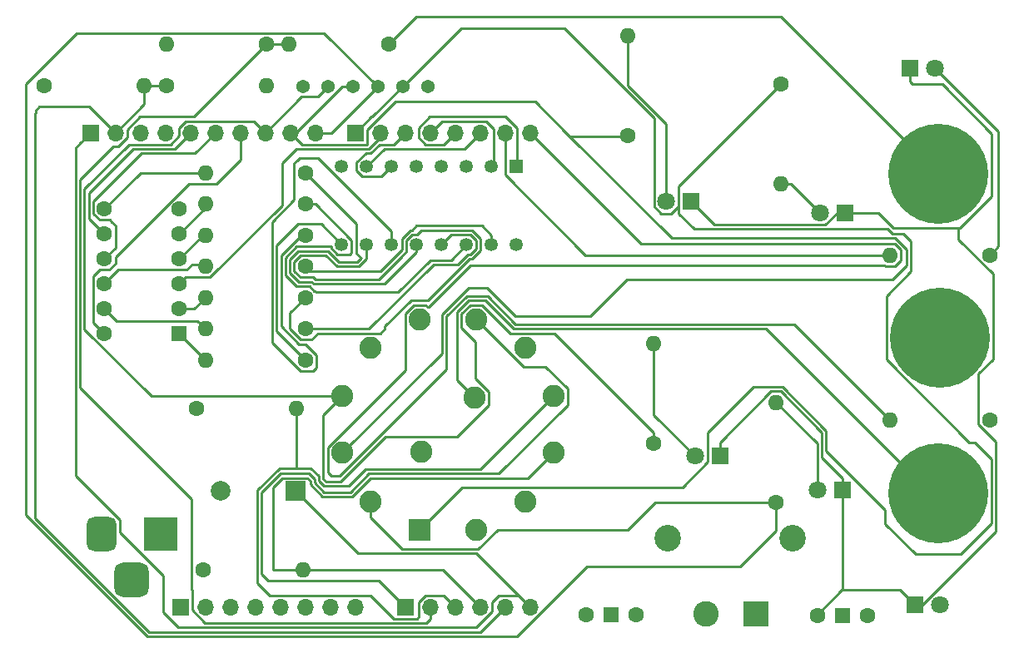
<source format=gbr>
G04 #@! TF.GenerationSoftware,KiCad,Pcbnew,8.0.5*
G04 #@! TF.CreationDate,2024-11-20T16:26:23+01:00*
G04 #@! TF.ProjectId,p2,70322e6b-6963-4616-945f-706362585858,rev?*
G04 #@! TF.SameCoordinates,Original*
G04 #@! TF.FileFunction,Copper,L1,Top*
G04 #@! TF.FilePolarity,Positive*
%FSLAX46Y46*%
G04 Gerber Fmt 4.6, Leading zero omitted, Abs format (unit mm)*
G04 Created by KiCad (PCBNEW 8.0.5) date 2024-11-20 16:26:23*
%MOMM*%
%LPD*%
G01*
G04 APERTURE LIST*
G04 Aperture macros list*
%AMRoundRect*
0 Rectangle with rounded corners*
0 $1 Rounding radius*
0 $2 $3 $4 $5 $6 $7 $8 $9 X,Y pos of 4 corners*
0 Add a 4 corners polygon primitive as box body*
4,1,4,$2,$3,$4,$5,$6,$7,$8,$9,$2,$3,0*
0 Add four circle primitives for the rounded corners*
1,1,$1+$1,$2,$3*
1,1,$1+$1,$4,$5*
1,1,$1+$1,$6,$7*
1,1,$1+$1,$8,$9*
0 Add four rect primitives between the rounded corners*
20,1,$1+$1,$2,$3,$4,$5,0*
20,1,$1+$1,$4,$5,$6,$7,0*
20,1,$1+$1,$6,$7,$8,$9,0*
20,1,$1+$1,$8,$9,$2,$3,0*%
G04 Aperture macros list end*
G04 #@! TA.AperFunction,ComponentPad*
%ADD10C,1.600000*%
G04 #@! TD*
G04 #@! TA.AperFunction,ComponentPad*
%ADD11O,1.600000X1.600000*%
G04 #@! TD*
G04 #@! TA.AperFunction,ComponentPad*
%ADD12R,1.700000X1.700000*%
G04 #@! TD*
G04 #@! TA.AperFunction,ComponentPad*
%ADD13O,1.700000X1.700000*%
G04 #@! TD*
G04 #@! TA.AperFunction,ComponentPad*
%ADD14C,10.160000*%
G04 #@! TD*
G04 #@! TA.AperFunction,ComponentPad*
%ADD15R,1.800000X1.800000*%
G04 #@! TD*
G04 #@! TA.AperFunction,ComponentPad*
%ADD16C,1.800000*%
G04 #@! TD*
G04 #@! TA.AperFunction,ComponentPad*
%ADD17R,1.500000X1.500000*%
G04 #@! TD*
G04 #@! TA.AperFunction,ComponentPad*
%ADD18C,1.365000*%
G04 #@! TD*
G04 #@! TA.AperFunction,ComponentPad*
%ADD19R,2.600000X2.600000*%
G04 #@! TD*
G04 #@! TA.AperFunction,ComponentPad*
%ADD20C,2.600000*%
G04 #@! TD*
G04 #@! TA.AperFunction,ComponentPad*
%ADD21R,2.000000X2.000000*%
G04 #@! TD*
G04 #@! TA.AperFunction,ComponentPad*
%ADD22C,2.000000*%
G04 #@! TD*
G04 #@! TA.AperFunction,ComponentPad*
%ADD23R,3.500000X3.500000*%
G04 #@! TD*
G04 #@! TA.AperFunction,ComponentPad*
%ADD24RoundRect,0.750000X-0.750000X-1.000000X0.750000X-1.000000X0.750000X1.000000X-0.750000X1.000000X0*%
G04 #@! TD*
G04 #@! TA.AperFunction,ComponentPad*
%ADD25RoundRect,0.875000X-0.875000X-0.875000X0.875000X-0.875000X0.875000X0.875000X-0.875000X0.875000X0*%
G04 #@! TD*
G04 #@! TA.AperFunction,ComponentPad*
%ADD26R,1.350000X1.350000*%
G04 #@! TD*
G04 #@! TA.AperFunction,ComponentPad*
%ADD27C,1.350000*%
G04 #@! TD*
G04 #@! TA.AperFunction,ComponentPad*
%ADD28R,1.600000X1.600000*%
G04 #@! TD*
G04 #@! TA.AperFunction,ComponentPad*
%ADD29R,2.250000X2.250000*%
G04 #@! TD*
G04 #@! TA.AperFunction,ComponentPad*
%ADD30C,2.250000*%
G04 #@! TD*
G04 #@! TA.AperFunction,ComponentPad*
%ADD31C,2.700000*%
G04 #@! TD*
G04 #@! TA.AperFunction,Conductor*
%ADD32C,0.250000*%
G04 #@! TD*
G04 APERTURE END LIST*
D10*
G04 #@! TO.P,R19,1*
G04 #@! TO.N,/\u002A10*
X176073000Y-80823000D03*
D11*
G04 #@! TO.P,R19,2*
G04 #@! TO.N,Net-(D6-A)*
X176073000Y-70663000D03*
G04 #@! TD*
D10*
G04 #@! TO.P,R18,1*
G04 #@! TO.N,/\u002A9*
X173406000Y-49454000D03*
D11*
G04 #@! TO.P,R18,2*
G04 #@! TO.N,Net-(D4-A)*
X173406000Y-39294000D03*
G04 #@! TD*
D10*
G04 #@! TO.P,R17,1*
G04 #@! TO.N,/8*
X188519000Y-86792000D03*
D11*
G04 #@! TO.P,R17,2*
G04 #@! TO.N,Net-(D5-A)*
X188519000Y-76632000D03*
G04 #@! TD*
G04 #@! TO.P,R16,2*
G04 #@! TO.N,Net-(D3-A)*
X189027000Y-54407000D03*
D10*
G04 #@! TO.P,R16,1*
G04 #@! TO.N,/7*
X189027000Y-44247000D03*
G04 #@! TD*
D12*
G04 #@! TO.P,J1,1,Pin_1*
G04 #@! TO.N,unconnected-(J1-Pin_1-Pad1)*
X127940000Y-97460000D03*
D13*
G04 #@! TO.P,J1,2,Pin_2*
G04 #@! TO.N,/IOREF*
X130480000Y-97460000D03*
G04 #@! TO.P,J1,3,Pin_3*
G04 #@! TO.N,/~{RESET}*
X133020000Y-97460000D03*
G04 #@! TO.P,J1,4,Pin_4*
G04 #@! TO.N,+3V3*
X135560000Y-97460000D03*
G04 #@! TO.P,J1,5,Pin_5*
G04 #@! TO.N,+5V*
X138100000Y-97460000D03*
G04 #@! TO.P,J1,6,Pin_6*
G04 #@! TO.N,GND*
X140640000Y-97460000D03*
G04 #@! TO.P,J1,7,Pin_7*
X143180000Y-97460000D03*
G04 #@! TO.P,J1,8,Pin_8*
G04 #@! TO.N,VCC*
X145720000Y-97460000D03*
G04 #@! TD*
D12*
G04 #@! TO.P,J3,1,Pin_1*
G04 #@! TO.N,/A0*
X150800000Y-97460000D03*
D13*
G04 #@! TO.P,J3,2,Pin_2*
G04 #@! TO.N,/A1*
X153340000Y-97460000D03*
G04 #@! TO.P,J3,3,Pin_3*
G04 #@! TO.N,/A2*
X155880000Y-97460000D03*
G04 #@! TO.P,J3,4,Pin_4*
G04 #@! TO.N,/A3*
X158420000Y-97460000D03*
G04 #@! TO.P,J3,5,Pin_5*
G04 #@! TO.N,/A4*
X160960000Y-97460000D03*
G04 #@! TO.P,J3,6,Pin_6*
G04 #@! TO.N,/A5*
X163500000Y-97460000D03*
G04 #@! TD*
D12*
G04 #@! TO.P,J2,1,Pin_1*
G04 #@! TO.N,/A5*
X118796000Y-49200000D03*
D13*
G04 #@! TO.P,J2,2,Pin_2*
G04 #@! TO.N,/A4*
X121336000Y-49200000D03*
G04 #@! TO.P,J2,3,Pin_3*
G04 #@! TO.N,/AREF*
X123876000Y-49200000D03*
G04 #@! TO.P,J2,4,Pin_4*
G04 #@! TO.N,GND*
X126416000Y-49200000D03*
G04 #@! TO.P,J2,5,Pin_5*
G04 #@! TO.N,/13*
X128956000Y-49200000D03*
G04 #@! TO.P,J2,6,Pin_6*
G04 #@! TO.N,/12*
X131496000Y-49200000D03*
G04 #@! TO.P,J2,7,Pin_7*
G04 #@! TO.N,/\u002A11*
X134036000Y-49200000D03*
G04 #@! TO.P,J2,8,Pin_8*
G04 #@! TO.N,/\u002A10*
X136576000Y-49200000D03*
G04 #@! TO.P,J2,9,Pin_9*
G04 #@! TO.N,/\u002A9*
X139116000Y-49200000D03*
G04 #@! TO.P,J2,10,Pin_10*
G04 #@! TO.N,/8*
X141656000Y-49200000D03*
G04 #@! TD*
D12*
G04 #@! TO.P,J4,1,Pin_1*
G04 #@! TO.N,/7*
X145720000Y-49200000D03*
D13*
G04 #@! TO.P,J4,2,Pin_2*
G04 #@! TO.N,/\u002A6*
X148260000Y-49200000D03*
G04 #@! TO.P,J4,3,Pin_3*
G04 #@! TO.N,/\u002A5*
X150800000Y-49200000D03*
G04 #@! TO.P,J4,4,Pin_4*
G04 #@! TO.N,/4*
X153340000Y-49200000D03*
G04 #@! TO.P,J4,5,Pin_5*
G04 #@! TO.N,/\u002A3*
X155880000Y-49200000D03*
G04 #@! TO.P,J4,6,Pin_6*
G04 #@! TO.N,/2*
X158420000Y-49200000D03*
G04 #@! TO.P,J4,7,Pin_7*
G04 #@! TO.N,/1*
X160960000Y-49200000D03*
G04 #@! TO.P,J4,8,Pin_8*
G04 #@! TO.N,/0*
X163500000Y-49200000D03*
G04 #@! TD*
D10*
G04 #@! TO.P,R1,1*
G04 #@! TO.N,/Banana High*
X149149000Y-40183000D03*
D11*
G04 #@! TO.P,R1,2*
G04 #@! TO.N,/A1*
X138989000Y-40183000D03*
G04 #@! TD*
D10*
G04 #@! TO.P,R12,1*
G04 #@! TO.N,Net-(IC1-B)*
X140640000Y-53264000D03*
D11*
G04 #@! TO.P,R12,2*
G04 #@! TO.N,/seg7*
X130480000Y-53264000D03*
G04 #@! TD*
D14*
G04 #@! TO.P,Banana_GND1,1,Pin_1*
G04 #@! TO.N,GND*
X205156000Y-70028000D03*
G04 #@! TD*
D10*
G04 #@! TO.P,R9,1*
G04 #@! TO.N,Net-(IC1-F)*
X140640000Y-62789000D03*
D11*
G04 #@! TO.P,R9,2*
G04 #@! TO.N,/seg10*
X130480000Y-62789000D03*
G04 #@! TD*
D15*
G04 #@! TO.P,D2,1,K*
G04 #@! TO.N,/led_switch*
X202611000Y-97206000D03*
D16*
G04 #@! TO.P,D2,2,A*
G04 #@! TO.N,Net-(D2-A)*
X205151000Y-97206000D03*
G04 #@! TD*
D17*
G04 #@! TO.P,SW2,1,A*
G04 #@! TO.N,GND*
X195250000Y-98349000D03*
D10*
G04 #@! TO.P,SW2,2,B*
G04 #@! TO.N,/led_switch*
X192710000Y-98349000D03*
G04 #@! TO.P,SW2,3,C*
G04 #@! TO.N,unconnected-(SW2-C-Pad3)*
X197790000Y-98349000D03*
G04 #@! TD*
D15*
G04 #@! TO.P,D6,1,K*
G04 #@! TO.N,/led_switch*
X182809000Y-82093000D03*
D16*
G04 #@! TO.P,D6,2,A*
G04 #@! TO.N,Net-(D6-A)*
X180269000Y-82093000D03*
G04 #@! TD*
D10*
G04 #@! TO.P,R13,1*
G04 #@! TO.N,Net-(IC1-C)*
X140640000Y-59614000D03*
D11*
G04 #@! TO.P,R13,2*
G04 #@! TO.N,/seg4*
X130480000Y-59614000D03*
G04 #@! TD*
D18*
G04 #@! TO.P,RN1,1,1*
G04 #@! TO.N,GND*
X153086000Y-44501000D03*
G04 #@! TO.P,RN1,2,2*
G04 #@! TO.N,/7*
X150546000Y-44501000D03*
G04 #@! TO.P,RN1,3,3*
G04 #@! TO.N,/8*
X148006000Y-44501000D03*
G04 #@! TO.P,RN1,4,4*
G04 #@! TO.N,/\u002A9*
X145466000Y-44501000D03*
G04 #@! TO.P,RN1,5,5*
G04 #@! TO.N,/\u002A10*
X142926000Y-44501000D03*
G04 #@! TO.P,RN1,6,6*
G04 #@! TO.N,unconnected-(RN1-Pad6)*
X140386000Y-44501000D03*
G04 #@! TD*
D10*
G04 #@! TO.P,R11,1*
G04 #@! TO.N,Net-(IC1-A)*
X140640000Y-69139000D03*
D11*
G04 #@! TO.P,R11,2*
G04 #@! TO.N,/seg11*
X130480000Y-69139000D03*
G04 #@! TD*
D10*
G04 #@! TO.P,R15,1*
G04 #@! TO.N,Net-(IC1-E)*
X140640000Y-72314000D03*
D11*
G04 #@! TO.P,R15,2*
G04 #@! TO.N,/seg1*
X130480000Y-72314000D03*
G04 #@! TD*
D10*
G04 #@! TO.P,R2,1*
G04 #@! TO.N,/A1*
X136703000Y-40183000D03*
D11*
G04 #@! TO.P,R2,2*
G04 #@! TO.N,GND*
X126543000Y-40183000D03*
G04 #@! TD*
D15*
G04 #@! TO.P,D3,1,K*
G04 #@! TO.N,/led_switch*
X195504000Y-57328000D03*
D16*
G04 #@! TO.P,D3,2,A*
G04 #@! TO.N,Net-(D3-A)*
X192964000Y-57328000D03*
G04 #@! TD*
D19*
G04 #@! TO.P,J6,1,Pin_1*
G04 #@! TO.N,VCC*
X186484500Y-98169500D03*
D20*
G04 #@! TO.P,J6,2,Pin_2*
G04 #@! TO.N,Net-(J6-Pin_2)*
X181404500Y-98169500D03*
G04 #@! TD*
D10*
G04 #@! TO.P,R8,1*
G04 #@! TO.N,Net-(D1-A)*
X210236000Y-61646000D03*
D11*
G04 #@! TO.P,R8,2*
G04 #@! TO.N,/1*
X200076000Y-61646000D03*
G04 #@! TD*
D21*
G04 #@! TO.P,BZ1,1,+*
G04 #@! TO.N,/A5*
X139624000Y-85649000D03*
D22*
G04 #@! TO.P,BZ1,2,-*
G04 #@! TO.N,GND*
X132024000Y-85649000D03*
G04 #@! TD*
D14*
G04 #@! TO.P,Banana_Low1,1,Pin_1*
G04 #@! TO.N,/Banana Low*
X205029000Y-85903000D03*
G04 #@! TD*
D15*
G04 #@! TO.P,D5,1,K*
G04 #@! TO.N,/led_switch*
X195255000Y-85522000D03*
D16*
G04 #@! TO.P,D5,2,A*
G04 #@! TO.N,Net-(D5-A)*
X192715000Y-85522000D03*
G04 #@! TD*
D14*
G04 #@! TO.P,Banana_High1,1,Pin_1*
G04 #@! TO.N,/Banana High*
X205029000Y-53391000D03*
G04 #@! TD*
D10*
G04 #@! TO.P,R6,1*
G04 #@! TO.N,/A4*
X126543000Y-44374000D03*
D11*
G04 #@! TO.P,R6,2*
G04 #@! TO.N,GND*
X136703000Y-44374000D03*
G04 #@! TD*
D10*
G04 #@! TO.P,R4,1*
G04 #@! TO.N,VCC*
X114097000Y-44374000D03*
D11*
G04 #@! TO.P,R4,2*
G04 #@! TO.N,/A4*
X124257000Y-44374000D03*
G04 #@! TD*
D23*
G04 #@! TO.P,J5,1*
G04 #@! TO.N,VCC*
X125939000Y-90025500D03*
D24*
G04 #@! TO.P,J5,2*
G04 #@! TO.N,GND*
X119939000Y-90025500D03*
D25*
G04 #@! TO.P,J5,3*
G04 #@! TO.N,Net-(J6-Pin_2)*
X122939000Y-94725500D03*
G04 #@! TD*
D10*
G04 #@! TO.P,R7,1*
G04 #@! TO.N,Net-(D2-A)*
X210236000Y-78410000D03*
D11*
G04 #@! TO.P,R7,2*
G04 #@! TO.N,/0*
X200076000Y-78410000D03*
G04 #@! TD*
D15*
G04 #@! TO.P,D1,1,K*
G04 #@! TO.N,/led_switch*
X202108000Y-42596000D03*
D16*
G04 #@! TO.P,D1,2,A*
G04 #@! TO.N,Net-(D1-A)*
X204648000Y-42596000D03*
G04 #@! TD*
D10*
G04 #@! TO.P,R10,1*
G04 #@! TO.N,Net-(IC1-G)*
X140640000Y-56439000D03*
D11*
G04 #@! TO.P,R10,2*
G04 #@! TO.N,/seg5*
X130480000Y-56439000D03*
G04 #@! TD*
D15*
G04 #@! TO.P,D4,1,K*
G04 #@! TO.N,/led_switch*
X179888000Y-56185000D03*
D16*
G04 #@! TO.P,D4,2,A*
G04 #@! TO.N,Net-(D4-A)*
X177348000Y-56185000D03*
G04 #@! TD*
D26*
G04 #@! TO.P,IC1,1,D1*
G04 #@! TO.N,/\u002A3*
X162103000Y-52629000D03*
D27*
G04 #@! TO.P,IC1,2,D2*
G04 #@! TO.N,/4*
X159563000Y-52629000D03*
G04 #@! TO.P,IC1,3,~{LT}*
G04 #@! TO.N,+5V*
X157023000Y-52629000D03*
G04 #@! TO.P,IC1,4,~{BL}*
X154483000Y-52629000D03*
G04 #@! TO.P,IC1,5,~{LE}*
G04 #@! TO.N,GND*
X151943000Y-52629000D03*
G04 #@! TO.P,IC1,6,D3*
G04 #@! TO.N,/\u002A5*
X149403000Y-52629000D03*
G04 #@! TO.P,IC1,7,D0*
G04 #@! TO.N,/2*
X146863000Y-52629000D03*
G04 #@! TO.P,IC1,8,GND*
G04 #@! TO.N,GND*
X144323000Y-52629000D03*
G04 #@! TO.P,IC1,9,E*
G04 #@! TO.N,Net-(IC1-E)*
X144323000Y-60569000D03*
G04 #@! TO.P,IC1,10,D*
G04 #@! TO.N,Net-(IC1-D)*
X146863000Y-60569000D03*
G04 #@! TO.P,IC1,11,C*
G04 #@! TO.N,Net-(IC1-C)*
X149403000Y-60569000D03*
G04 #@! TO.P,IC1,12,B*
G04 #@! TO.N,Net-(IC1-B)*
X151943000Y-60569000D03*
G04 #@! TO.P,IC1,13,A*
G04 #@! TO.N,Net-(IC1-A)*
X154483000Y-60569000D03*
G04 #@! TO.P,IC1,14,G*
G04 #@! TO.N,Net-(IC1-G)*
X157023000Y-60569000D03*
G04 #@! TO.P,IC1,15,F*
G04 #@! TO.N,Net-(IC1-F)*
X159563000Y-60569000D03*
G04 #@! TO.P,IC1,16,VCC*
G04 #@! TO.N,+5V*
X162103000Y-60569000D03*
G04 #@! TD*
D17*
G04 #@! TO.P,SW1,1,A*
G04 #@! TO.N,VCC*
X171755000Y-98222000D03*
D10*
G04 #@! TO.P,SW1,2,B*
G04 #@! TO.N,Net-(SW1-B)*
X174295000Y-98222000D03*
G04 #@! TO.P,SW1,3,C*
G04 #@! TO.N,unconnected-(SW1-C-Pad3)*
X169215000Y-98222000D03*
G04 #@! TD*
G04 #@! TO.P,R3,1*
G04 #@! TO.N,+5V*
X129591000Y-77267000D03*
D11*
G04 #@! TO.P,R3,2*
G04 #@! TO.N,/A2*
X139751000Y-77267000D03*
G04 #@! TD*
D10*
G04 #@! TO.P,R5,1*
G04 #@! TO.N,+5V*
X130226000Y-93650000D03*
D11*
G04 #@! TO.P,R5,2*
G04 #@! TO.N,/A3*
X140386000Y-93650000D03*
G04 #@! TD*
D28*
G04 #@! TO.P,DS1,1,1*
G04 #@! TO.N,/seg1*
X127813000Y-69647000D03*
D10*
G04 #@! TO.P,DS1,2,2*
G04 #@! TO.N,/seg2*
X127813000Y-67107000D03*
G04 #@! TO.P,DS1,3,3*
G04 #@! TO.N,/\u002A6*
X127813000Y-64567000D03*
G04 #@! TO.P,DS1,4,4*
G04 #@! TO.N,/seg4*
X127813000Y-62027000D03*
G04 #@! TO.P,DS1,5,5*
G04 #@! TO.N,/seg5*
X127813000Y-59487000D03*
G04 #@! TO.P,DS1,6,6*
G04 #@! TO.N,unconnected-(DS1-Pad6)*
X127813000Y-56947000D03*
G04 #@! TO.P,DS1,7,7*
G04 #@! TO.N,/seg7*
X120193000Y-56947000D03*
G04 #@! TO.P,DS1,8,8*
G04 #@! TO.N,/13*
X120193000Y-59487000D03*
G04 #@! TO.P,DS1,9,9*
G04 #@! TO.N,/12*
X120193000Y-62027000D03*
G04 #@! TO.P,DS1,10,10*
G04 #@! TO.N,/seg10*
X120193000Y-64567000D03*
G04 #@! TO.P,DS1,11,11*
G04 #@! TO.N,/seg11*
X120193000Y-67107000D03*
G04 #@! TO.P,DS1,12,12*
G04 #@! TO.N,/\u002A11*
X120193000Y-69647000D03*
G04 #@! TD*
G04 #@! TO.P,R14,1*
G04 #@! TO.N,Net-(IC1-D)*
X140640000Y-65964000D03*
D11*
G04 #@! TO.P,R14,2*
G04 #@! TO.N,/seg2*
X130480000Y-65964000D03*
G04 #@! TD*
D29*
G04 #@! TO.P,S1,1*
G04 #@! TO.N,/7*
X152270220Y-89614690D03*
D30*
G04 #@! TO.P,S1,2*
G04 #@! TO.N,/8*
X147294220Y-86741780D03*
G04 #@! TO.P,S1,3*
G04 #@! TO.N,/\u002A9*
X144421310Y-81765780D03*
G04 #@! TO.P,S1,4*
G04 #@! TO.N,/\u002A10*
X144421310Y-76020000D03*
G04 #@! TO.P,S1,5*
G04 #@! TO.N,unconnected-(S1-Pad5)*
X147294220Y-71044000D03*
G04 #@! TO.P,S1,6*
G04 #@! TO.N,unconnected-(S1-Pad6)*
X152270220Y-68171090D03*
G04 #@! TO.P,S1,7*
G04 #@! TO.N,/A0*
X158016000Y-68171090D03*
G04 #@! TO.P,S1,8*
G04 #@! TO.N,unconnected-(S1-Pad8)*
X162992000Y-71044000D03*
G04 #@! TO.P,S1,9*
G04 #@! TO.N,/A2*
X165864910Y-76020000D03*
G04 #@! TO.P,S1,10*
G04 #@! TO.N,/A3*
X165864910Y-81765780D03*
G04 #@! TO.P,S1,11*
G04 #@! TO.N,unconnected-(S1-Pad11)*
X162992000Y-86741780D03*
G04 #@! TO.P,S1,12*
G04 #@! TO.N,unconnected-(S1-Pad12)*
X158016000Y-89614690D03*
G04 #@! TO.P,S1,A*
G04 #@! TO.N,+5V*
X152420750Y-81615250D03*
G04 #@! TO.P,S1,C*
G04 #@! TO.N,/Banana Low*
X157865470Y-76170530D03*
G04 #@! TD*
D31*
G04 #@! TO.P,BT2,-*
G04 #@! TO.N,Net-(J6-Pin_2)*
X177511000Y-90437000D03*
G04 #@! TO.P,BT2,+*
G04 #@! TO.N,Net-(SW1-B)*
X190211000Y-90437000D03*
G04 #@! TD*
D32*
G04 #@! TO.N,/7*
X178613000Y-54661000D02*
X178613000Y-55042000D01*
X189027000Y-44247000D02*
X178613000Y-54661000D01*
X178613000Y-57455000D02*
X178613000Y-55042000D01*
X166996104Y-38595500D02*
X156451500Y-38595500D01*
X176123000Y-56692412D02*
X176123000Y-47722396D01*
X177855412Y-57410000D02*
X176840588Y-57410000D01*
X176123000Y-47722396D02*
X166996104Y-38595500D01*
X178573000Y-56692412D02*
X177855412Y-57410000D01*
X176840588Y-57410000D02*
X176123000Y-56692412D01*
X156451500Y-38595500D02*
X150546000Y-44501000D01*
G04 #@! TO.N,/Banana High*
X151943165Y-37388835D02*
X149149000Y-40183000D01*
X176080239Y-37381211D02*
X151943165Y-37388835D01*
X189019211Y-37381211D02*
X176080239Y-37381211D01*
X205029000Y-53391000D02*
X189019211Y-37381211D01*
G04 #@! TO.N,/\u002A9*
X173406000Y-49581000D02*
X167575630Y-49581000D01*
X167575630Y-49581000D02*
X167188815Y-49194185D01*
X167188815Y-49194185D02*
X164019630Y-46025000D01*
X177920630Y-59926000D02*
X167188815Y-49194185D01*
X140291000Y-50375000D02*
X139116000Y-49200000D01*
X146895000Y-50375000D02*
X140291000Y-50375000D01*
X146895000Y-48903299D02*
X146895000Y-50375000D01*
X149773299Y-46025000D02*
X146895000Y-48903299D01*
X164019630Y-46025000D02*
X149773299Y-46025000D01*
X200643396Y-59926000D02*
X177920630Y-59926000D01*
X201796000Y-61078604D02*
X200643396Y-59926000D01*
X201796000Y-62662000D02*
X201796000Y-61078604D01*
X169596000Y-67869000D02*
X173378000Y-64087000D01*
X161976000Y-67869000D02*
X169596000Y-67869000D01*
X200371000Y-64087000D02*
X201796000Y-62662000D01*
X160273396Y-66165000D02*
X160273396Y-66166396D01*
X173378000Y-64087000D02*
X200371000Y-64087000D01*
X157404000Y-65006000D02*
X159114396Y-65006000D01*
X159114396Y-65006000D02*
X160273396Y-66165000D01*
X160273396Y-66166396D02*
X161976000Y-67869000D01*
G04 #@! TO.N,/A1*
X129101000Y-86491000D02*
X117718000Y-75108000D01*
X129115000Y-95714000D02*
X129101000Y-95700000D01*
X129101000Y-95700000D02*
X129101000Y-86491000D01*
X153340000Y-98662081D02*
X152917081Y-99085000D01*
X152917081Y-99085000D02*
X130443299Y-99085000D01*
X153340000Y-97460000D02*
X153340000Y-98662081D01*
X129115000Y-97756701D02*
X129115000Y-95714000D01*
X130443299Y-99085000D02*
X129115000Y-97756701D01*
X117718000Y-53959604D02*
X117718000Y-75108000D01*
G04 #@! TO.N,/A5*
X117268000Y-50728000D02*
X117716500Y-50279500D01*
X121764000Y-88580218D02*
X117268000Y-84084218D01*
X121764000Y-89887000D02*
X121764000Y-88580218D01*
X126162000Y-94285000D02*
X121764000Y-89887000D01*
X126162000Y-98032000D02*
X126162000Y-94285000D01*
X127665000Y-99535000D02*
X126162000Y-98032000D01*
X158006701Y-99535000D02*
X127665000Y-99535000D01*
X159595000Y-96973299D02*
X159595000Y-97946701D01*
X160283299Y-96285000D02*
X159595000Y-96973299D01*
X162325000Y-96285000D02*
X160283299Y-96285000D01*
X163500000Y-97460000D02*
X162325000Y-96285000D01*
X117268000Y-84084218D02*
X117268000Y-50728000D01*
X117716500Y-50279500D02*
X118796000Y-49200000D01*
G04 #@! TO.N,/12*
X129421000Y-51275000D02*
X131496000Y-49200000D01*
X124003000Y-51275000D02*
X129421000Y-51275000D01*
X119068000Y-56210000D02*
X124003000Y-51275000D01*
X119727009Y-58072000D02*
X119068000Y-57412991D01*
X119068000Y-57412991D02*
X119068000Y-56210000D01*
X120754181Y-58072000D02*
X119727009Y-58072000D01*
X120927090Y-58244910D02*
X120754181Y-58072000D01*
G04 #@! TO.N,/13*
X127331000Y-50825000D02*
X128956000Y-49200000D01*
X123118604Y-50825000D02*
X127331000Y-50825000D01*
X118618000Y-55325604D02*
X123118604Y-50825000D01*
X118618000Y-57912000D02*
X118618000Y-55325604D01*
X120193000Y-59487000D02*
X118618000Y-57912000D01*
G04 #@! TO.N,/A5*
X159595000Y-97946701D02*
X158006701Y-99535000D01*
G04 #@! TO.N,/\u002A10*
X135401000Y-48025000D02*
X136576000Y-49200000D01*
X128469299Y-48025000D02*
X135401000Y-48025000D01*
X127781000Y-49496701D02*
X127781000Y-48713299D01*
X126902701Y-50375000D02*
X127781000Y-49496701D01*
X122733000Y-50375000D02*
X126902701Y-50375000D01*
X144421310Y-76020000D02*
X124975009Y-76020000D01*
X127781000Y-48713299D02*
X128469299Y-48025000D01*
X118168000Y-54940000D02*
X122733000Y-50375000D01*
X124975009Y-76020000D02*
X118168000Y-69212991D01*
G04 #@! TO.N,/A1*
X121112604Y-50565000D02*
X117718000Y-53959604D01*
X122511000Y-48903299D02*
X122511000Y-49686701D01*
X123839299Y-47575000D02*
X122511000Y-48903299D01*
X121632701Y-50565000D02*
X121112604Y-50565000D01*
X122511000Y-49686701D02*
X121632701Y-50565000D01*
X136703000Y-40183000D02*
X129311000Y-47575000D01*
X129311000Y-47575000D02*
X123839299Y-47575000D01*
G04 #@! TO.N,/\u002A10*
X118168000Y-69212991D02*
X118168000Y-54940000D01*
G04 #@! TO.N,/A0*
X165059545Y-72984545D02*
X162829455Y-72984545D01*
X167314910Y-75239910D02*
X165059545Y-72984545D01*
X167314910Y-76881090D02*
X167314910Y-75239910D01*
X147108792Y-83882000D02*
X160314000Y-83882000D01*
X145203792Y-85787000D02*
X147108792Y-83882000D01*
X142551812Y-85787000D02*
X145203792Y-85787000D01*
X141576000Y-84811188D02*
X142551812Y-85787000D01*
X141576000Y-84430188D02*
X141576000Y-84811188D01*
X141019812Y-83874000D02*
X141576000Y-84430188D01*
X136213000Y-85773604D02*
X138112604Y-83874000D01*
X136213000Y-94115991D02*
X136213000Y-85773604D01*
X136872009Y-94775000D02*
X136213000Y-94115991D01*
X160314000Y-83882000D02*
X167314910Y-76881090D01*
X148115000Y-94775000D02*
X136872009Y-94775000D01*
X150800000Y-97460000D02*
X148115000Y-94775000D01*
X138112604Y-83874000D02*
X141019812Y-83874000D01*
X162829455Y-72984545D02*
X158016000Y-68171090D01*
G04 #@! TO.N,/0*
X200602000Y-62771000D02*
X201028500Y-62344500D01*
X199610009Y-62771000D02*
X200602000Y-62771000D01*
X199554009Y-62715000D02*
X199610009Y-62771000D01*
X157408442Y-62715000D02*
X199554009Y-62715000D01*
X156988221Y-63135221D02*
X157408442Y-62715000D01*
X201028500Y-62344500D02*
X200588802Y-62784198D01*
X156988221Y-63135221D02*
X153201443Y-66922000D01*
X157461443Y-62662000D02*
X156988221Y-63135221D01*
X201201000Y-62172000D02*
X201028500Y-62344500D01*
G04 #@! TO.N,Net-(D5-A)*
X192715000Y-80828000D02*
X188519000Y-76632000D01*
G04 #@! TO.N,/led_switch*
X187993000Y-75507000D02*
X182809000Y-80691000D01*
X195255000Y-84372000D02*
X193165000Y-82282000D01*
G04 #@! TO.N,/7*
X180161000Y-59003000D02*
X178613000Y-57455000D01*
X199848792Y-59003000D02*
X180161000Y-59003000D01*
X200321792Y-59476000D02*
X199848792Y-59003000D01*
G04 #@! TO.N,/led_switch*
X182809000Y-80691000D02*
X182809000Y-82093000D01*
G04 #@! TO.N,/7*
X202246000Y-60257208D02*
X201464792Y-59476000D01*
G04 #@! TO.N,/led_switch*
X188984991Y-75507000D02*
X187993000Y-75507000D01*
G04 #@! TO.N,/7*
X202246000Y-63288792D02*
X202246000Y-60257208D01*
X199751000Y-65783792D02*
X202246000Y-63288792D01*
G04 #@! TO.N,Net-(D5-A)*
X192715000Y-85522000D02*
X192715000Y-80828000D01*
G04 #@! TO.N,/led_switch*
X195255000Y-85522000D02*
X195255000Y-84372000D01*
G04 #@! TO.N,/7*
X208180175Y-80696000D02*
X199751000Y-72266825D01*
X210434000Y-82418000D02*
X208712000Y-80696000D01*
X208712000Y-80696000D02*
X208180175Y-80696000D01*
G04 #@! TO.N,/led_switch*
X193165000Y-79687009D02*
X188984991Y-75507000D01*
X193165000Y-82282000D02*
X193165000Y-79687009D01*
G04 #@! TO.N,/7*
X210434000Y-88903825D02*
X210434000Y-82418000D01*
X207267825Y-92070000D02*
X210434000Y-88903825D01*
X202687000Y-92070000D02*
X207267825Y-92070000D01*
X199751000Y-72266825D02*
X199751000Y-65783792D01*
X199624000Y-87610000D02*
X199624000Y-89007000D01*
X193615000Y-81601000D02*
X199624000Y-87610000D01*
X193615000Y-79500613D02*
X193615000Y-81601000D01*
X189171387Y-75057000D02*
X193615000Y-79500613D01*
X181584000Y-79706000D02*
X186233000Y-75057000D01*
X178994000Y-85268000D02*
X181584000Y-82678000D01*
X199624000Y-89007000D02*
X202687000Y-92070000D01*
X156616910Y-85268000D02*
X178994000Y-85268000D01*
X186233000Y-75057000D02*
X189171387Y-75057000D01*
X152270220Y-89614690D02*
X156616910Y-85268000D01*
X201464792Y-59476000D02*
X200321792Y-59476000D01*
X181584000Y-82678000D02*
X181584000Y-79706000D01*
G04 #@! TO.N,/\u002A6*
X128466000Y-63914000D02*
X127813000Y-64567000D01*
X130945991Y-63914000D02*
X128466000Y-63914000D01*
X138292000Y-52238821D02*
X138292000Y-56567991D01*
X138292000Y-56567991D02*
X130945991Y-63914000D01*
X139705821Y-50825000D02*
X138292000Y-52238821D01*
X147081396Y-50825000D02*
X139705821Y-50825000D01*
X148260000Y-49646396D02*
X147081396Y-50825000D01*
X148260000Y-49200000D02*
X148260000Y-49646396D01*
G04 #@! TO.N,/\u002A11*
X133878995Y-52090995D02*
X134036000Y-51933991D01*
X131580990Y-54389000D02*
X133878995Y-52090995D01*
X134036000Y-51933991D02*
X134036000Y-49200000D01*
X128780009Y-54389000D02*
X131580990Y-54389000D01*
X120658991Y-63152000D02*
X121318000Y-62492991D01*
X121318000Y-61851009D02*
X128780009Y-54389000D01*
X119068000Y-63811009D02*
X119727009Y-63152000D01*
X121318000Y-62492991D02*
X121318000Y-61851009D01*
X120193000Y-69647000D02*
X119068000Y-68522000D01*
X119068000Y-68522000D02*
X119068000Y-63811009D01*
X119727009Y-63152000D02*
X120658991Y-63152000D01*
G04 #@! TO.N,/\u002A10*
X165975370Y-69594000D02*
X164262000Y-69594000D01*
X176073000Y-79691630D02*
X165975370Y-69594000D01*
X176073000Y-80823000D02*
X176073000Y-79691630D01*
X164262000Y-69594000D02*
X161489520Y-69594000D01*
G04 #@! TO.N,/\u002A9*
X158986000Y-65006000D02*
X157404000Y-65006000D01*
G04 #@! TO.N,/Banana Low*
X187508000Y-69144000D02*
X205029000Y-86665000D01*
X158978298Y-66271090D02*
X161851208Y-69144000D01*
X157228994Y-66271090D02*
X158978298Y-66271090D01*
X156065000Y-67435084D02*
X157228994Y-66271090D01*
X156065000Y-74370060D02*
X156065000Y-67435084D01*
G04 #@! TO.N,/0*
X190360000Y-68694000D02*
X200076000Y-78410000D01*
G04 #@! TO.N,/Banana Low*
X157865470Y-76170530D02*
X156065000Y-74370060D01*
G04 #@! TO.N,/0*
X162037604Y-68694000D02*
X190360000Y-68694000D01*
X159164694Y-65821090D02*
X162037604Y-68694000D01*
X154991000Y-67872688D02*
X157042598Y-65821090D01*
X144112700Y-84125000D02*
X154991000Y-73246700D01*
X143307000Y-84125000D02*
X144112700Y-84125000D01*
X142926000Y-83744000D02*
X143307000Y-84125000D01*
X142926000Y-81210480D02*
X142926000Y-83744000D01*
X151669610Y-66721090D02*
X150820220Y-67570480D01*
X150820220Y-67570480D02*
X150820220Y-73316260D01*
X152870830Y-66721090D02*
X151669610Y-66721090D01*
X150820220Y-73316260D02*
X142926000Y-81210480D01*
X153071740Y-66922000D02*
X152870830Y-66721090D01*
G04 #@! TO.N,/\u002A9*
X157221292Y-65006000D02*
X157404000Y-65006000D01*
G04 #@! TO.N,/Banana Low*
X161851208Y-69144000D02*
X187508000Y-69144000D01*
G04 #@! TO.N,/0*
X153201443Y-66922000D02*
X153071740Y-66922000D01*
X154991000Y-73246700D02*
X154991000Y-67872688D01*
X200602000Y-60521000D02*
X201201000Y-61120000D01*
X174821000Y-60521000D02*
X200602000Y-60521000D01*
X201201000Y-61120000D02*
X201201000Y-62172000D01*
X157042598Y-65821090D02*
X159164694Y-65821090D01*
X163500000Y-49200000D02*
X174821000Y-60521000D01*
G04 #@! TO.N,/led_switch*
X210884000Y-89740588D02*
X210884000Y-80648992D01*
X203418588Y-97206000D02*
X210884000Y-89740588D01*
X202611000Y-97206000D02*
X203418588Y-97206000D01*
X210583504Y-80348496D02*
X209111000Y-78875991D01*
X210884000Y-80648992D02*
X210583504Y-80348496D01*
X210884000Y-80648991D02*
X210583504Y-80348496D01*
G04 #@! TO.N,/12*
X121318000Y-60902000D02*
X121318000Y-58635820D01*
X120193000Y-62027000D02*
X121318000Y-60902000D01*
X121318000Y-58635820D02*
X120927090Y-58244910D01*
X121155500Y-58473319D02*
X120927090Y-58244910D01*
G04 #@! TO.N,/seg10*
X121608000Y-63152000D02*
X120193000Y-64567000D01*
X128591604Y-63152000D02*
X121608000Y-63152000D01*
X129168604Y-62575000D02*
X128591604Y-63152000D01*
X130266000Y-62575000D02*
X129168604Y-62575000D01*
X130480000Y-62789000D02*
X130266000Y-62575000D01*
G04 #@! TO.N,Net-(IC1-D)*
X150927000Y-61266396D02*
X150356198Y-61837198D01*
X150927000Y-60170786D02*
X150927000Y-61266396D01*
X151528786Y-59569000D02*
X150927000Y-60170786D01*
X151988000Y-59569000D02*
X151528786Y-59569000D01*
X152451000Y-59106000D02*
X151988000Y-59569000D01*
X157610610Y-59106000D02*
X152451000Y-59106000D01*
X158473000Y-59968390D02*
X157610610Y-59106000D01*
X158473000Y-61169610D02*
X158473000Y-59968390D01*
X157623610Y-62019000D02*
X158473000Y-61169610D01*
X157338090Y-62019000D02*
X157623610Y-62019000D01*
X153086000Y-66271090D02*
X157338090Y-62019000D01*
X150356198Y-61837198D02*
X148076396Y-64117000D01*
G04 #@! TO.N,Net-(IC1-F)*
X151497952Y-59119000D02*
X151960952Y-58656000D01*
X151342390Y-59119000D02*
X151497952Y-59119000D01*
X150477000Y-59984390D02*
X151342390Y-59119000D01*
X150477000Y-61080000D02*
X150477000Y-59984390D01*
X140767000Y-63297000D02*
X148260000Y-63297000D01*
X158604594Y-58656000D02*
X159563000Y-59614406D01*
G04 #@! TO.N,Net-(IC1-A)*
X155496000Y-59556000D02*
X154483000Y-60569000D01*
X157424214Y-59556000D02*
X155496000Y-59556000D01*
X158023000Y-60154786D02*
X157424214Y-59556000D01*
X158023000Y-60983214D02*
X158023000Y-60154786D01*
G04 #@! TO.N,Net-(IC1-F)*
X148260000Y-63297000D02*
X150477000Y-61080000D01*
G04 #@! TO.N,Net-(IC1-A)*
X157151694Y-61569000D02*
X157437214Y-61569000D01*
X156127694Y-62593000D02*
X157151694Y-61569000D01*
X153661604Y-62593000D02*
X156127694Y-62593000D01*
X147110604Y-69144000D02*
X153661604Y-62593000D01*
X141776370Y-69144000D02*
X147110604Y-69144000D01*
X140640000Y-69139000D02*
X141771370Y-69139000D01*
G04 #@! TO.N,Net-(IC1-F)*
X159563000Y-59614406D02*
X159563000Y-60569000D01*
G04 #@! TO.N,Net-(IC1-A)*
X157437214Y-61569000D02*
X158023000Y-60983214D01*
X141771370Y-69139000D02*
X141776370Y-69144000D01*
G04 #@! TO.N,Net-(IC1-D)*
X151381910Y-66271090D02*
X153086000Y-66271090D01*
G04 #@! TO.N,Net-(IC1-F)*
X151960952Y-58656000D02*
X158604594Y-58656000D01*
G04 #@! TO.N,/1*
X160960000Y-53486000D02*
X160960000Y-49200000D01*
X169120000Y-61646000D02*
X160960000Y-53486000D01*
X200076000Y-61646000D02*
X169120000Y-61646000D01*
G04 #@! TO.N,/\u002A5*
X149625000Y-50375000D02*
X150800000Y-49200000D01*
X148167792Y-50375000D02*
X149625000Y-50375000D01*
X145863000Y-52214786D02*
X146802786Y-51275000D01*
X145863000Y-53043214D02*
X145863000Y-52214786D01*
X147267792Y-51275000D02*
X148167792Y-50375000D01*
X146448786Y-53629000D02*
X145863000Y-53043214D01*
X148403000Y-53629000D02*
X146448786Y-53629000D01*
X149403000Y-52629000D02*
X148403000Y-53629000D01*
X146802786Y-51275000D02*
X147267792Y-51275000D01*
G04 #@! TO.N,Net-(IC1-B)*
X145863000Y-61525396D02*
X145863000Y-58487000D01*
X146297000Y-61959396D02*
X145863000Y-61525396D01*
X145593000Y-58217000D02*
X140640000Y-53264000D01*
X145863000Y-58487000D02*
X145593000Y-58217000D01*
G04 #@! TO.N,Net-(IC1-G)*
X141656000Y-56439000D02*
X140640000Y-56439000D01*
X145339000Y-60122000D02*
X141656000Y-56439000D01*
X145162000Y-61569000D02*
X145339000Y-61392000D01*
X143908786Y-61569000D02*
X145162000Y-61569000D01*
X143252349Y-60912563D02*
X143908786Y-61569000D01*
X143252349Y-60757000D02*
X143252349Y-60912563D01*
X145339000Y-61392000D02*
X145339000Y-60122000D01*
G04 #@! TO.N,Net-(IC1-D)*
X146092792Y-62800000D02*
X146863000Y-62029792D01*
X143866994Y-62800000D02*
X146092792Y-62800000D01*
X142723994Y-61657000D02*
X143866994Y-62800000D01*
X140181009Y-61657000D02*
X142723994Y-61657000D01*
X139515000Y-63254991D02*
X139515000Y-62323009D01*
X141656783Y-64117000D02*
X141453783Y-63914000D01*
X148076396Y-64117000D02*
X141656783Y-64117000D01*
X139515000Y-62323009D02*
X140181009Y-61657000D01*
X140174009Y-63914000D02*
X139515000Y-63254991D01*
G04 #@! TO.N,Net-(IC1-B)*
X145906396Y-62350000D02*
X146297000Y-61959396D01*
X144053390Y-62350000D02*
X145906396Y-62350000D01*
X142910390Y-61207000D02*
X144053390Y-62350000D01*
X139937396Y-61207000D02*
X142910390Y-61207000D01*
X139987613Y-64364000D02*
X139065000Y-63441387D01*
X141267387Y-64364000D02*
X139987613Y-64364000D01*
X141470387Y-64567000D02*
X141267387Y-64364000D01*
X151943000Y-60569000D02*
X151943000Y-61368030D01*
X139065000Y-62079396D02*
X139937396Y-61207000D01*
X151943000Y-61368030D02*
X148744030Y-64567000D01*
X148744030Y-64567000D02*
X141470387Y-64567000D01*
G04 #@! TO.N,Net-(IC1-D)*
X141453783Y-63914000D02*
X140174009Y-63914000D01*
X146863000Y-62029792D02*
X146863000Y-60569000D01*
G04 #@! TO.N,Net-(IC1-B)*
X139065000Y-63441387D02*
X139065000Y-62079396D01*
G04 #@! TO.N,Net-(IC1-G)*
X139751000Y-60757000D02*
X143252349Y-60757000D01*
X138615000Y-61893000D02*
X139751000Y-60757000D01*
X138615000Y-63685000D02*
X138615000Y-61893000D01*
X139744000Y-64814000D02*
X138615000Y-63685000D01*
X141080991Y-64814000D02*
X139744000Y-64814000D01*
X141765000Y-65438000D02*
X141598000Y-65271000D01*
X155449000Y-62143000D02*
X153333000Y-62143000D01*
X153333000Y-62143000D02*
X150038000Y-65438000D01*
X150038000Y-65438000D02*
X141765000Y-65438000D01*
X141598000Y-65271000D02*
X141537991Y-65271000D01*
X157023000Y-60569000D02*
X155449000Y-62143000D01*
X141537991Y-65271000D02*
X141080991Y-64814000D01*
G04 #@! TO.N,Net-(IC1-C)*
X139987613Y-70714000D02*
X139970806Y-70697194D01*
X140640000Y-70714000D02*
X139987613Y-70714000D01*
X141765000Y-73094000D02*
X141765000Y-71839000D01*
X141420000Y-73439000D02*
X141765000Y-73094000D01*
X140114000Y-73439000D02*
X141420000Y-73439000D01*
X137265000Y-70590000D02*
X140114000Y-73439000D01*
X137265000Y-58290000D02*
X137265000Y-70590000D01*
X139515000Y-56040000D02*
X137265000Y-58290000D01*
X139515000Y-52288613D02*
X139515000Y-56040000D01*
X139780307Y-52023307D02*
X139515000Y-52288613D01*
X138165000Y-68891387D02*
X139970806Y-70697194D01*
X141765000Y-71839000D02*
X140640000Y-70714000D01*
X140078614Y-51725000D02*
X139780307Y-52023307D01*
X141890812Y-51725000D02*
X140078614Y-51725000D01*
X139780307Y-52023307D02*
X140078613Y-51725000D01*
X140257604Y-59614000D02*
X138165000Y-61706604D01*
X140640000Y-59614000D02*
X140257604Y-59614000D01*
G04 #@! TO.N,Net-(IC1-E)*
X137715000Y-60634000D02*
X137715000Y-69389000D01*
X139860000Y-58489000D02*
X137715000Y-60634000D01*
X142243000Y-58489000D02*
X139860000Y-58489000D01*
X137715000Y-69389000D02*
X140640000Y-72314000D01*
X144323000Y-60569000D02*
X142243000Y-58489000D01*
G04 #@! TO.N,Net-(IC1-C)*
X138165000Y-61706604D02*
X138165000Y-68891387D01*
G04 #@! TO.N,/seg4*
X130226000Y-59614000D02*
X130480000Y-59614000D01*
X127813000Y-62027000D02*
X130226000Y-59614000D01*
G04 #@! TO.N,/seg5*
X130480000Y-56820000D02*
X130480000Y-56439000D01*
X127813000Y-59487000D02*
X130480000Y-56820000D01*
G04 #@! TO.N,/8*
X147294220Y-88332770D02*
X147294220Y-86741780D01*
X158224000Y-91560000D02*
X150521450Y-91560000D01*
X160198000Y-89586000D02*
X158224000Y-91560000D01*
X176206396Y-86792000D02*
X173412396Y-89586000D01*
X173412396Y-89586000D02*
X160198000Y-89586000D01*
X188519000Y-86792000D02*
X176206396Y-86792000D01*
X150521450Y-91560000D02*
X147294220Y-88332770D01*
G04 #@! TO.N,Net-(IC1-D)*
X148744220Y-69162780D02*
X148744220Y-68908780D01*
X141963000Y-69594000D02*
X148313000Y-69594000D01*
X141293000Y-70264000D02*
X141963000Y-69594000D01*
X140640000Y-65964000D02*
X139058000Y-67546000D01*
X139058000Y-69147991D02*
X140174009Y-70264000D01*
X140174009Y-70264000D02*
X141293000Y-70264000D01*
X139058000Y-67546000D02*
X139058000Y-69147991D01*
X148744220Y-68908780D02*
X151381910Y-66271090D01*
X148313000Y-69594000D02*
X148744220Y-69162780D01*
G04 #@! TO.N,Net-(D4-A)*
X173406000Y-44369000D02*
X177348000Y-48311000D01*
X173406000Y-39421000D02*
X173406000Y-44369000D01*
X177348000Y-48311000D02*
X177348000Y-56185000D01*
G04 #@! TO.N,/seg1*
X127813000Y-69647000D02*
X130480000Y-72314000D01*
G04 #@! TO.N,/seg11*
X121425001Y-68339001D02*
X120193000Y-67107000D01*
X130480000Y-69139000D02*
X129680001Y-68339001D01*
X129680001Y-68339001D02*
X121425001Y-68339001D01*
G04 #@! TO.N,/seg2*
X129337000Y-67107000D02*
X130480000Y-65964000D01*
X127813000Y-67107000D02*
X129337000Y-67107000D01*
G04 #@! TO.N,/seg7*
X123876000Y-53264000D02*
X120193000Y-56947000D01*
X130480000Y-53264000D02*
X123876000Y-53264000D01*
G04 #@! TO.N,Net-(D6-A)*
X176073000Y-70663000D02*
X176073000Y-77897000D01*
X176073000Y-77897000D02*
X180269000Y-82093000D01*
G04 #@! TO.N,/8*
X188519000Y-89718000D02*
X188519000Y-86792000D01*
X184859500Y-93377500D02*
X188519000Y-89718000D01*
G04 #@! TO.N,/\u002A9*
X154541000Y-67686292D02*
X157221292Y-65006000D01*
X154541000Y-71646090D02*
X154541000Y-67686292D01*
X144421310Y-81765780D02*
X154541000Y-71646090D01*
G04 #@! TO.N,/A1*
X138989000Y-40183000D02*
X136703000Y-40183000D01*
G04 #@! TO.N,/A2*
X141197302Y-83307302D02*
X139751000Y-83307302D01*
X139751000Y-83307302D02*
X138679302Y-83307302D01*
X142026000Y-84136000D02*
X141197302Y-83307302D01*
X146795396Y-83432000D02*
X145075396Y-85152000D01*
X138042906Y-83307302D02*
X135763000Y-85587208D01*
X142553208Y-85152000D02*
X142026000Y-84624792D01*
X142026000Y-84624792D02*
X142026000Y-84136000D01*
X151975000Y-98635000D02*
X152165000Y-98445000D01*
X152853299Y-96285000D02*
X154705000Y-96285000D01*
X147275000Y-96285000D02*
X149625000Y-98635000D01*
X149625000Y-98635000D02*
X151975000Y-98635000D01*
X152165000Y-98445000D02*
X152165000Y-96973299D01*
X154705000Y-96285000D02*
X155880000Y-97460000D01*
X139751000Y-77775000D02*
X139751000Y-83307302D01*
X158452910Y-83432000D02*
X146795396Y-83432000D01*
X137052001Y-96285000D02*
X147275000Y-96285000D01*
X145075396Y-85152000D02*
X142553208Y-85152000D01*
X135763000Y-85587208D02*
X135763000Y-94995999D01*
X152165000Y-96973299D02*
X152853299Y-96285000D01*
X165864910Y-76020000D02*
X158452910Y-83432000D01*
X135763000Y-94995999D02*
X137052001Y-96285000D01*
X138679302Y-83307302D02*
X138042906Y-83307302D01*
G04 #@! TO.N,/A3*
X138299000Y-84324000D02*
X140833416Y-84324000D01*
X142365416Y-86237000D02*
X145390188Y-86237000D01*
X141126000Y-84616584D02*
X141126000Y-84997584D01*
X147295188Y-84332000D02*
X163298690Y-84332000D01*
X137338000Y-85285000D02*
X138299000Y-84324000D01*
X145390188Y-86237000D02*
X147295188Y-84332000D01*
X137338000Y-93650000D02*
X137338000Y-85285000D01*
X163298690Y-84332000D02*
X165864910Y-81765780D01*
X141126000Y-84997584D02*
X142365416Y-86237000D01*
X140833416Y-84324000D02*
X141126000Y-84616584D01*
X158420000Y-97460000D02*
X154610000Y-93650000D01*
X154610000Y-93650000D02*
X137338000Y-93650000D01*
G04 #@! TO.N,/8*
X117381000Y-39058000D02*
X142563000Y-39058000D01*
X143307000Y-49200000D02*
X148006000Y-44501000D01*
X184859500Y-93377500D02*
X169244201Y-93377500D01*
X112192000Y-44247000D02*
X117381000Y-39058000D01*
X124557750Y-100435000D02*
X112192000Y-88069250D01*
X142563000Y-39058000D02*
X148006000Y-44501000D01*
X169244201Y-93377500D02*
X162362351Y-100259351D01*
X162362351Y-100259351D02*
X162186701Y-100435000D01*
X162186702Y-100435000D02*
X124557750Y-100435000D01*
X141656000Y-49200000D02*
X143307000Y-49200000D01*
X112192000Y-88069250D02*
X112192000Y-44247000D01*
X162362351Y-100259351D02*
X162186702Y-100435000D01*
G04 #@! TO.N,/7*
X147472000Y-47575000D02*
X150546000Y-44501000D01*
X145720000Y-49200000D02*
X147345000Y-47575000D01*
X147345000Y-47575000D02*
X147472000Y-47575000D01*
G04 #@! TO.N,/\u002A10*
X159315470Y-76879530D02*
X156029750Y-80165250D01*
X142476000Y-77965310D02*
X144421310Y-76020000D01*
X157964550Y-70458758D02*
X157964550Y-74219000D01*
X157415390Y-66721090D02*
X156515000Y-67621480D01*
X157964550Y-74219000D02*
X159315470Y-75569920D01*
X156029750Y-80165250D02*
X148790750Y-80165250D01*
X140267500Y-45508500D02*
X141918500Y-45508500D01*
X156515000Y-69009208D02*
X157964550Y-70458758D01*
X136576000Y-49200000D02*
X140267500Y-45508500D01*
X148790750Y-80165250D02*
X144254000Y-84702000D01*
X161489520Y-69594000D02*
X158616610Y-66721090D01*
X159315470Y-75569920D02*
X159315470Y-76879530D01*
X142739604Y-84702000D02*
X142476000Y-84438396D01*
X158616610Y-66721090D02*
X157415390Y-66721090D01*
X141918500Y-45508500D02*
X142926000Y-44501000D01*
X142476000Y-84438396D02*
X142476000Y-77965310D01*
X156515000Y-67621480D02*
X156515000Y-69009208D01*
X144254000Y-84702000D02*
X142739604Y-84702000D01*
G04 #@! TO.N,/\u002A9*
X144350821Y-44501000D02*
X145466000Y-44501000D01*
X139651821Y-49200000D02*
X144350821Y-44501000D01*
X139116000Y-49200000D02*
X139651821Y-49200000D01*
G04 #@! TO.N,/4*
X153340000Y-49200000D02*
X154515000Y-48025000D01*
X159785000Y-52407000D02*
X159563000Y-52629000D01*
X159023000Y-48025000D02*
X159785000Y-48787000D01*
X159785000Y-48787000D02*
X159785000Y-52407000D01*
X154515000Y-48025000D02*
X159023000Y-48025000D01*
G04 #@! TO.N,/2*
X148667000Y-50825000D02*
X146863000Y-52629000D01*
X158420000Y-49200000D02*
X156795000Y-50825000D01*
X156795000Y-50825000D02*
X148667000Y-50825000D01*
G04 #@! TO.N,/\u002A3*
X162135000Y-48713299D02*
X160996701Y-47575000D01*
X154705000Y-50375000D02*
X155880000Y-49200000D01*
X162135000Y-52597000D02*
X162135000Y-48713299D01*
X152165000Y-48713299D02*
X152165000Y-49686701D01*
X152853299Y-50375000D02*
X154705000Y-50375000D01*
X153303299Y-47575000D02*
X152165000Y-48713299D01*
X162103000Y-52629000D02*
X162135000Y-52597000D01*
X152165000Y-49686701D02*
X152853299Y-50375000D01*
X160996701Y-47575000D02*
X153303299Y-47575000D01*
G04 #@! TO.N,/A4*
X121336000Y-49200000D02*
X124257000Y-46279000D01*
X158435000Y-99985000D02*
X160960000Y-97460000D01*
X113170001Y-47205999D02*
X113170001Y-88410855D01*
X113208000Y-47168000D02*
X113170001Y-47205999D01*
X113589000Y-46533000D02*
X113208000Y-46914000D01*
X118669000Y-46533000D02*
X113589000Y-46533000D01*
X124257000Y-46279000D02*
X124257000Y-44374000D01*
X121336000Y-49200000D02*
X118669000Y-46533000D01*
X113208000Y-46914000D02*
X113208000Y-47168000D01*
X124744146Y-99985000D02*
X158435000Y-99985000D01*
X113170001Y-88410855D02*
X124744146Y-99985000D01*
X126543000Y-44374000D02*
X124257000Y-44374000D01*
G04 #@! TO.N,/seg5*
X127940000Y-59106000D02*
X127559000Y-59106000D01*
G04 #@! TO.N,Net-(IC1-C)*
X149403000Y-59237188D02*
X149403000Y-60569000D01*
X141890812Y-51725000D02*
X149403000Y-59237188D01*
G04 #@! TO.N,/A5*
X158050000Y-92010000D02*
X145985000Y-92010000D01*
X145985000Y-92010000D02*
X139624000Y-85649000D01*
X163500000Y-97460000D02*
X158050000Y-92010000D01*
G04 #@! TO.N,Net-(D1-A)*
X210236000Y-61646000D02*
X211125000Y-60757000D01*
X211125000Y-49073000D02*
X204648000Y-42596000D01*
X211125000Y-60757000D02*
X211125000Y-49073000D01*
G04 #@! TO.N,/led_switch*
X210434000Y-55629825D02*
X207211825Y-58852000D01*
X179888000Y-56185000D02*
X182256000Y-58553000D01*
X207211825Y-58852000D02*
X207061000Y-58852000D01*
X198934396Y-57328000D02*
X195504000Y-57328000D01*
X210561000Y-72266825D02*
X210561000Y-63561991D01*
X202108000Y-43993000D02*
X202108000Y-42596000D01*
X205410000Y-44247000D02*
X202362000Y-44247000D01*
X209111000Y-73716825D02*
X210561000Y-72266825D01*
X210434000Y-49271000D02*
X205410000Y-44247000D01*
X202611000Y-97206000D02*
X201150500Y-95745500D01*
X182256000Y-58553000D02*
X193515604Y-58553000D01*
X209111000Y-78875991D02*
X209111000Y-73716825D01*
X202362000Y-44247000D02*
X202108000Y-43993000D01*
X193515604Y-58553000D02*
X194740604Y-57328000D01*
X195255000Y-85522000D02*
X195255000Y-95677000D01*
X200458396Y-58852000D02*
X198934396Y-57328000D01*
X195255000Y-95677000D02*
X195186500Y-95745500D01*
X195186500Y-95745500D02*
X192710000Y-98222000D01*
X207061000Y-60061991D02*
X207061000Y-58852000D01*
X194740604Y-57328000D02*
X195504000Y-57328000D01*
X207061000Y-58852000D02*
X200458396Y-58852000D01*
X210561000Y-63561991D02*
X207061000Y-60061991D01*
X201150500Y-95745500D02*
X195186500Y-95745500D01*
X210434000Y-49271000D02*
X210434000Y-55629825D01*
G04 #@! TO.N,Net-(D3-A)*
X192964000Y-57328000D02*
X190043000Y-54407000D01*
X190043000Y-54407000D02*
X189027000Y-54407000D01*
G04 #@! TD*
M02*

</source>
